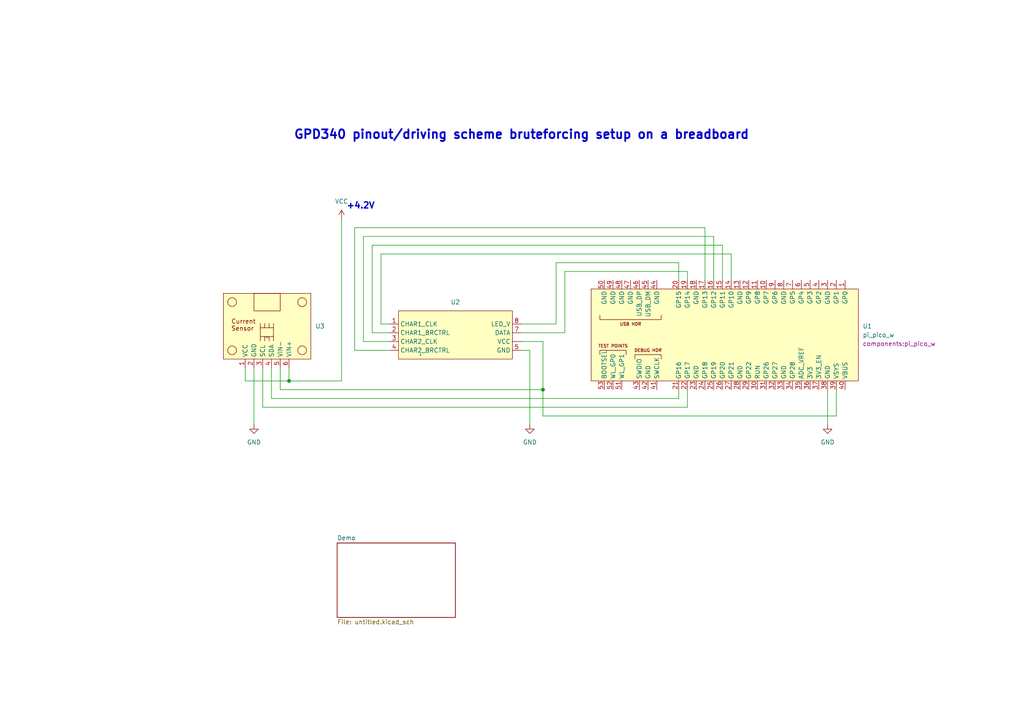
<source format=kicad_sch>
(kicad_sch (version 20230121) (generator eeschema)
  (paper "A4")
  (title_block (title "Pinout bruteforcing breadboard setup"))
  (lib_symbols
    (symbol "components:GPD340"
      (property "Reference" "U" (at 0 0 0))
      (symbol "GPD340_1_1"
        (rectangle (start -16.51 7.62) (end 16.51 -6.35) (fill (type background)))
        (pin input line (at 19.05 -1.27 180) (length 2.54) (name "VCC") (number ""))
        (pin input line (at -19.05 3.81 0) (length 2.54) (name "CHAR1_CLK") (number "1"))
        (pin input line (at -19.05 1.27 0) (length 2.54) (name "CHAR1_BRCTRL") (number "2"))
        (pin input line (at -19.05 -1.27 0) (length 2.54) (name "CHAR2_CLK") (number "3"))
        (pin input line (at -19.05 -3.81 0) (length 2.54) (name "CHAR2_BRCTRL") (number "4"))
        (pin input line (at 19.05 -3.81 180) (length 2.54) (name "GND") (number "5"))
        (pin input line (at 19.05 1.27 180) (length 2.54) (name "DATA") (number "7"))
        (pin input line (at 19.05 3.81 180) (length 2.54) (name "LED_V") (number "8"))
      )
    )
    (symbol "components:INA219_module"
      (property "Reference" "U" (at 0 13.97 0))
      (symbol "INA219_module_1_1"
        (rectangle (start -12.7 11.43) (end 12.7 -7.62) (fill (type background)))
        (circle (center -10.16 -5.08) (radius 1.27))
        (circle (center -10.16 8.89) (radius 1.27))
        (rectangle (start -3.81 11.43) (end 3.81 6.35))
        (rectangle (start -1.9654 1.4518) (end 1.8446 -1.0882))
        (polyline (pts (xy -1.9654 -1.0882) (xy -1.9654 -2.3582)))
        (polyline (pts (xy -1.9654 1.4518) (xy -1.9654 2.7218)))
        (polyline (pts (xy -0.6954 -1.0882) (xy -0.6954 -2.3582)))
        (polyline (pts (xy -0.6954 1.4518) (xy -0.6954 2.7218)))
        (polyline (pts (xy 0.5746 -1.0882) (xy 0.5746 -2.3582)))
        (polyline (pts (xy 0.5746 1.4518) (xy 0.5746 2.7218)))
        (polyline (pts (xy 1.8446 -1.0882) (xy 1.8446 -2.3582)))
        (polyline (pts (xy 1.8446 1.4518) (xy 1.8446 2.7218)))
        (circle (center 10.16 -5.08) (radius 1.27))
        (circle (center 10.16 8.89) (radius 1.27))
        (text_box "Current\nSensor" (at -11.43 5.08 0) (size 5.08 -3.81) (stroke (width -0.0001)) (effects (font (size 1.27 1.27)) (justify left top)))
        (pin input line (at -6.35 -10.16 90) (length 2.54) (name "VCC") (number "1"))
        (pin input line (at -3.81 -10.16 90) (length 2.54) (name "GND") (number "2"))
        (pin input line (at -1.27 -10.16 90) (length 2.54) (name "SCL") (number "3"))
        (pin input line (at 1.27 -10.16 90) (length 2.54) (name "SDA") (number "4"))
        (pin input line (at 3.81 -10.16 90) (length 2.54) (name "VIN-") (number "5"))
        (pin input line (at 6.35 -10.16 90) (length 2.54) (name "VIN+") (number "6"))
      )
    )
    (symbol "components:pi_pico_w"
      (property "Reference" "U" (at 0 15.24 0))
      (property "Value" "pi_pico_w" (at 0 29.21 0))
      (property "Footprint" "components:pi_pico_w" (at 0 -24.13 0))
      (symbol "pi_pico_w_0_0"
        (polyline (pts (xy 5.08 -44.45) (xy 3.81 -44.45) (xy 3.81 -36.83) (xy 5.08 -36.83)))
        (text "DEBUG HDR" (at 3.81 -30.48 900) (effects (font (size 0.9 0.9))))
        (text "TEST POINTS" (at 2.54 -40.64 900) (effects (font (size 0.9 0.9))))
        (text "USB HDR" (at -3.81 -35.56 900) (effects (font (size 0.9 0.9))))
      )
      (symbol "pi_pico_w_0_1"
        (rectangle (start -13.97 30.48) (end 12.7 -46.99) (fill (type background)))
        (polyline (pts (xy -6.35 -44.45) (xy -5.08 -44.45) (xy -5.08 -26.67) (xy -6.35 -26.67)))
        (polyline (pts (xy 6.35 -26.67) (xy 5.08 -26.67) (xy 5.08 -34.29) (xy 6.35 -34.29)))
      )
      (symbol "pi_pico_w_1_1"
        (pin bidirectional line (at -16.51 26.67 0) (length 2.54) (name "GP0") (number "1"))
        (pin bidirectional line (at -16.51 3.81 0) (length 2.54) (name "GP7") (number "10"))
        (pin bidirectional line (at -16.51 1.27 0) (length 2.54) (name "GP8") (number "11"))
        (pin bidirectional line (at -16.51 -1.27 0) (length 2.54) (name "GP9") (number "12"))
        (pin bidirectional line (at -16.51 -3.81 0) (length 2.54) (name "GND") (number "13"))
        (pin bidirectional line (at -16.51 -6.35 0) (length 2.54) (name "GP10") (number "14"))
        (pin bidirectional line (at -16.51 -8.89 0) (length 2.54) (name "GP11") (number "15"))
        (pin bidirectional line (at -16.51 -11.43 0) (length 2.54) (name "GP12") (number "16"))
        (pin bidirectional line (at -16.51 -13.97 0) (length 2.54) (name "GP13") (number "17"))
        (pin bidirectional line (at -16.51 -16.51 0) (length 2.54) (name "GND") (number "18"))
        (pin bidirectional line (at -16.51 -19.05 0) (length 2.54) (name "GP14") (number "19"))
        (pin bidirectional line (at -16.51 24.13 0) (length 2.54) (name "GP1") (number "2"))
        (pin bidirectional line (at -16.51 -21.59 0) (length 2.54) (name "GP15") (number "20"))
        (pin bidirectional line (at 15.24 -21.59 180) (length 2.54) (name "GP16") (number "21"))
        (pin bidirectional line (at 15.24 -19.05 180) (length 2.54) (name "GP17") (number "22"))
        (pin bidirectional line (at 15.24 -16.51 180) (length 2.54) (name "GND") (number "23"))
        (pin bidirectional line (at 15.24 -13.97 180) (length 2.54) (name "GP18") (number "24"))
        (pin bidirectional line (at 15.24 -11.43 180) (length 2.54) (name "GP19") (number "25"))
        (pin bidirectional line (at 15.24 -8.89 180) (length 2.54) (name "GP20") (number "26"))
        (pin bidirectional line (at 15.24 -6.35 180) (length 2.54) (name "GP21") (number "27"))
        (pin bidirectional line (at 15.24 -3.81 180) (length 2.54) (name "GND") (number "28"))
        (pin bidirectional line (at 15.24 -1.27 180) (length 2.54) (name "GP22") (number "29"))
        (pin bidirectional line (at -16.51 21.59 0) (length 2.54) (name "GND") (number "3"))
        (pin bidirectional line (at 15.24 1.27 180) (length 2.54) (name "RUN") (number "30"))
        (pin bidirectional line (at 15.24 3.81 180) (length 2.54) (name "GP26") (number "31"))
        (pin bidirectional line (at 15.24 6.35 180) (length 2.54) (name "GP27") (number "32"))
        (pin bidirectional line (at 15.24 8.89 180) (length 2.54) (name "GND") (number "33"))
        (pin bidirectional line (at 15.24 11.43 180) (length 2.54) (name "GP28") (number "34"))
        (pin input line (at 15.24 13.97 180) (length 2.54) (name "ADC_VREF") (number "35"))
        (pin power_out line (at 15.24 16.51 180) (length 2.54) (name "3V3") (number "36"))
        (pin input line (at 15.24 19.05 180) (length 2.54) (name "3V3_EN") (number "37"))
        (pin bidirectional line (at 15.24 21.59 180) (length 2.54) (name "GND") (number "38"))
        (pin power_in line (at 15.24 24.13 180) (length 2.54) (name "VSYS") (number "39"))
        (pin bidirectional line (at -16.51 19.05 0) (length 2.54) (name "GP2") (number "4"))
        (pin power_in line (at 15.24 26.67 180) (length 2.54) (name "VBUS") (number "40"))
        (pin bidirectional line (at 15.24 -27.94 180) (length 2.54) (name "SWCLK") (number "41"))
        (pin bidirectional line (at 15.24 -30.48 180) (length 2.54) (name "GND") (number "42"))
        (pin bidirectional line (at 15.24 -33.02 180) (length 2.54) (name "SWDIO") (number "43"))
        (pin bidirectional line (at -16.51 -27.94 0) (length 2.54) (name "GND") (number "44"))
        (pin bidirectional line (at -16.51 -30.48 0) (length 2.54) (name "USB_DM") (number "45"))
        (pin bidirectional line (at -16.51 -33.02 0) (length 2.54) (name "USB_DP") (number "46"))
        (pin bidirectional line (at -16.51 -35.56 0) (length 2.54) (name "GND") (number "47"))
        (pin bidirectional line (at -16.51 -38.1 0) (length 2.54) (name "GND") (number "48"))
        (pin bidirectional line (at -16.51 -40.64 0) (length 2.54) (name "GND") (number "49"))
        (pin bidirectional line (at -16.51 16.51 0) (length 2.54) (name "GP3") (number "5"))
        (pin bidirectional line (at -16.51 -43.18 0) (length 2.54) (name "GND") (number "50"))
        (pin bidirectional line (at 15.24 -38.1 180) (length 2.54) (name "WL_GP1") (number "51"))
        (pin bidirectional line (at 15.24 -40.64 180) (length 2.54) (name "WL_GP0") (number "52"))
        (pin bidirectional line (at 15.24 -43.18 180) (length 2.54) (name "BOOTSEL") (number "53"))
        (pin bidirectional line (at -16.51 13.97 0) (length 2.54) (name "GP4") (number "6"))
        (pin bidirectional line (at -16.51 11.43 0) (length 2.54) (name "GP5") (number "7"))
        (pin bidirectional line (at -16.51 8.89 0) (length 2.54) (name "GND") (number "8"))
        (pin bidirectional line (at -16.51 6.35 0) (length 2.54) (name "GP6") (number "9"))
      )
    )
    (symbol "power:GND" (power) (pin_names (offset 0))
      (property "Value" "GND" (at 0 -3.81 0))
      (symbol "GND_0_1"
        (polyline (pts (xy 0 0) (xy 0 -1.27) (xy 1.27 -1.27) (xy 0 -2.54) (xy -1.27 -1.27) (xy 0 -1.27)))
      )
      (symbol "GND_1_1"
        (pin power_in line (at 0 0 270) (length 0) hide (name "GND") (number "1"))
      )
    )
    (symbol "power:VCC" (power) (pin_names (offset 0))
      (property "Value" "VCC" (at 0 3.81 0))
      (symbol "VCC_0_1"
        (polyline (pts (xy -0.762 1.27) (xy 0 2.54)))
        (polyline (pts (xy 0 0) (xy 0 2.54)))
        (polyline (pts (xy 0 2.54) (xy 0.762 1.27)))
      )
      (symbol "VCC_1_1"
        (pin power_in line (at 0 0 90) (length 0) hide (name "VCC") (number "1"))
      )
    )
  )
  (junction (at 157.48 113.03))
  (junction (at 83.82 110.49))
  (wire (pts (xy 151.13 93.98) (xy 161.29 93.98)))
  (wire (pts (xy 102.87 66.04) (xy 204.47 66.04)))
  (wire (pts (xy 157.48 99.06) (xy 151.13 99.06)))
  (wire (pts (xy 199.39 118.11) (xy 76.2 118.11)))
  (wire (pts (xy 76.2 118.11) (xy 76.2 106.68)))
  (wire (pts (xy 107.95 71.12) (xy 209.55 71.12)))
  (wire (pts (xy 240.03 113.03) (xy 240.03 123.19)))
  (wire (pts (xy 105.41 68.58) (xy 207.01 68.58)))
  (wire (pts (xy 110.49 73.66) (xy 212.09 73.66)))
  (wire (pts (xy 71.12 110.49) (xy 83.82 110.49)))
  (wire (pts (xy 207.01 68.58) (xy 207.01 81.28)))
  (wire (pts (xy 151.13 101.6) (xy 153.67 101.6)))
  (wire (pts (xy 83.82 110.49) (xy 99.06 110.49)))
  (wire (pts (xy 113.03 101.6) (xy 102.87 101.6)))
  (wire (pts (xy 199.39 78.74) (xy 199.39 81.28)))
  (wire (pts (xy 212.09 73.66) (xy 212.09 81.28)))
  (wire (pts (xy 83.82 106.68) (xy 83.82 110.49)))
  (wire (pts (xy 113.03 96.52) (xy 107.95 96.52)))
  (wire (pts (xy 163.83 78.74) (xy 199.39 78.74)))
  (wire (pts (xy 196.85 115.57) (xy 78.74 115.57)))
  (wire (pts (xy 102.87 101.6) (xy 102.87 66.04)))
  (wire (pts (xy 99.06 63.5) (xy 99.06 110.49)))
  (wire (pts (xy 110.49 93.98) (xy 110.49 73.66)))
  (wire (pts (xy 199.39 113.03) (xy 199.39 118.11)))
  (wire (pts (xy 157.48 113.03) (xy 157.48 99.06)))
  (wire (pts (xy 163.83 96.52) (xy 163.83 78.74)))
  (wire (pts (xy 151.13 96.52) (xy 163.83 96.52)))
  (wire (pts (xy 113.03 99.06) (xy 105.41 99.06)))
  (wire (pts (xy 73.66 106.68) (xy 73.66 123.19)))
  (wire (pts (xy 81.28 106.68) (xy 81.28 113.03)))
  (wire (pts (xy 78.74 115.57) (xy 78.74 106.68)))
  (wire (pts (xy 204.47 66.04) (xy 204.47 81.28)))
  (wire (pts (xy 157.48 120.65) (xy 242.57 120.65)))
  (wire (pts (xy 113.03 93.98) (xy 110.49 93.98)))
  (wire (pts (xy 107.95 96.52) (xy 107.95 71.12)))
  (wire (pts (xy 196.85 113.03) (xy 196.85 115.57)))
  (wire (pts (xy 161.29 76.2) (xy 196.85 76.2)))
  (wire (pts (xy 71.12 106.68) (xy 71.12 110.49)))
  (wire (pts (xy 196.85 76.2) (xy 196.85 81.28)))
  (wire (pts (xy 161.29 93.98) (xy 161.29 76.2)))
  (wire (pts (xy 153.67 101.6) (xy 153.67 123.19)))
  (wire (pts (xy 105.41 99.06) (xy 105.41 68.58)))
  (wire (pts (xy 81.28 113.03) (xy 157.48 113.03)))
  (wire (pts (xy 209.55 71.12) (xy 209.55 81.28)))
  (wire (pts (xy 242.57 120.65) (xy 242.57 113.03)))
  (wire (pts (xy 157.48 113.03) (xy 157.48 120.65)))
  (text_box "+4.2V" (at 99.06 57.15 0) (size 15.24 7.62) (stroke (width -0.0001)) (effects (font (size 1.778 1.778) (thickness 0.3556) bold) (justify left top)))
  (text "GPD340 pinout/driving scheme bruteforcing setup on a breadboard" (at 85.09 40.64 0) (effects (font (size 2.54 2.54) (thickness 0.508) bold) (justify left bottom)))
  (symbol (lib_id "power:VCC") (at 99.06 63.5 0) (unit 1)
    (property "Reference" "#PWR01" (effects hide))
    (property "Value" "VCC" (at 99.06 58.42 0))
  )
  (symbol (lib_id "components:pi_pico_w") (at 218.44 97.79 270) (unit 1)
    (property "Reference" "U1" (at 250.19 94.615 90) (effects (justify left)))
    (property "Value" "pi_pico_w" (at 250.19 97.155 90) (effects (justify left)))
    (property "Footprint" "components:pi_pico_w" (at 250.19 99.695 90) (effects (justify left)))
  )
  (symbol (lib_id "components:GPD340") (at 132.08 97.79 0) (unit 1)
    (property "Reference" "U2" (at 132.08 87.63 0))
    (property "Value" "~" (at 121.92 102.87 90))
  )
  (symbol (lib_id "power:GND") (at 73.66 123.19 0) (unit 1)
    (property "Reference" "#PWR04" (effects hide))
    (property "Value" "GND" (at 73.66 128.27 0))
  )
  (symbol (lib_id "power:GND") (at 240.03 123.19 0) (unit 1)
    (property "Reference" "#PWR02" (effects hide))
    (property "Value" "GND" (at 240.03 128.27 0))
  )
  (symbol (lib_id "components:INA219_module") (at 77.47 96.52 0) (unit 1)
    (property "Reference" "U3" (at 91.44 94.615 0) (effects (justify left)))
    (property "Value" "~" (at 77.47 97.79 0))
  )
  (symbol (lib_id "power:GND") (at 153.67 123.19 0) (unit 1)
    (property "Reference" "#PWR03" (effects hide))
    (property "Value" "GND" (at 153.67 128.27 0))
  )
  (sheet (at 97.79 157.48) (size 34.29 21.59) (stroke (width 0.1524))
    (property "Sheetname" "Demo" (at 97.79 156.7684 0) (effects (justify left bottom)))
    (property "Sheetfile" "untitled.kicad_sch" (at 97.79 179.6546 0) (effects (justify left top)))
  )
)
</source>
